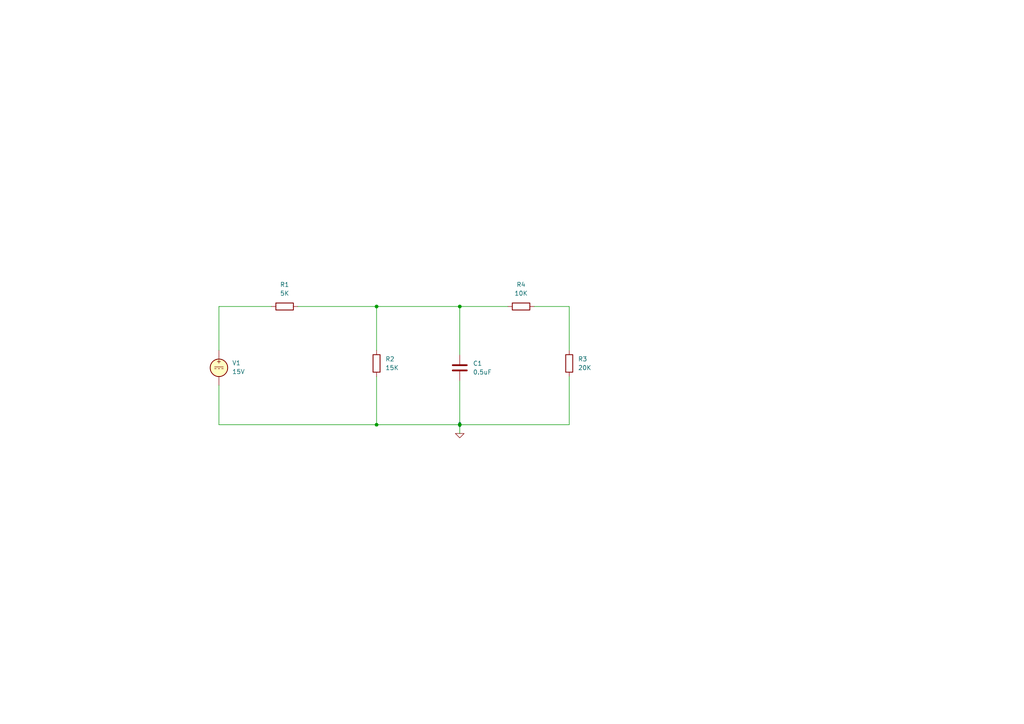
<source format=kicad_sch>
(kicad_sch (version 20230121) (generator eeschema)

  (uuid 7247c859-9a9f-478a-97c8-a1855a3a069a)

  (paper "A4")

  (lib_symbols
    (symbol "Device:C" (pin_numbers hide) (pin_names (offset 0.254)) (in_bom yes) (on_board yes)
      (property "Reference" "C" (at 0.635 2.54 0)
        (effects (font (size 1.27 1.27)) (justify left))
      )
      (property "Value" "C" (at 0.635 -2.54 0)
        (effects (font (size 1.27 1.27)) (justify left))
      )
      (property "Footprint" "" (at 0.9652 -3.81 0)
        (effects (font (size 1.27 1.27)) hide)
      )
      (property "Datasheet" "~" (at 0 0 0)
        (effects (font (size 1.27 1.27)) hide)
      )
      (property "ki_keywords" "cap capacitor" (at 0 0 0)
        (effects (font (size 1.27 1.27)) hide)
      )
      (property "ki_description" "Unpolarized capacitor" (at 0 0 0)
        (effects (font (size 1.27 1.27)) hide)
      )
      (property "ki_fp_filters" "C_*" (at 0 0 0)
        (effects (font (size 1.27 1.27)) hide)
      )
      (symbol "C_0_1"
        (polyline
          (pts
            (xy -2.032 -0.762)
            (xy 2.032 -0.762)
          )
          (stroke (width 0.508) (type default))
          (fill (type none))
        )
        (polyline
          (pts
            (xy -2.032 0.762)
            (xy 2.032 0.762)
          )
          (stroke (width 0.508) (type default))
          (fill (type none))
        )
      )
      (symbol "C_1_1"
        (pin passive line (at 0 3.81 270) (length 2.794)
          (name "~" (effects (font (size 1.27 1.27))))
          (number "1" (effects (font (size 1.27 1.27))))
        )
        (pin passive line (at 0 -3.81 90) (length 2.794)
          (name "~" (effects (font (size 1.27 1.27))))
          (number "2" (effects (font (size 1.27 1.27))))
        )
      )
    )
    (symbol "Device:R" (pin_numbers hide) (pin_names (offset 0)) (in_bom yes) (on_board yes)
      (property "Reference" "R" (at 2.032 0 90)
        (effects (font (size 1.27 1.27)))
      )
      (property "Value" "R" (at 0 0 90)
        (effects (font (size 1.27 1.27)))
      )
      (property "Footprint" "" (at -1.778 0 90)
        (effects (font (size 1.27 1.27)) hide)
      )
      (property "Datasheet" "~" (at 0 0 0)
        (effects (font (size 1.27 1.27)) hide)
      )
      (property "ki_keywords" "R res resistor" (at 0 0 0)
        (effects (font (size 1.27 1.27)) hide)
      )
      (property "ki_description" "Resistor" (at 0 0 0)
        (effects (font (size 1.27 1.27)) hide)
      )
      (property "ki_fp_filters" "R_*" (at 0 0 0)
        (effects (font (size 1.27 1.27)) hide)
      )
      (symbol "R_0_1"
        (rectangle (start -1.016 -2.54) (end 1.016 2.54)
          (stroke (width 0.254) (type default))
          (fill (type none))
        )
      )
      (symbol "R_1_1"
        (pin passive line (at 0 3.81 270) (length 1.27)
          (name "~" (effects (font (size 1.27 1.27))))
          (number "1" (effects (font (size 1.27 1.27))))
        )
        (pin passive line (at 0 -3.81 90) (length 1.27)
          (name "~" (effects (font (size 1.27 1.27))))
          (number "2" (effects (font (size 1.27 1.27))))
        )
      )
    )
    (symbol "Simulation_SPICE:0" (power) (pin_names (offset 0)) (in_bom yes) (on_board yes)
      (property "Reference" "#GND" (at 0 -2.54 0)
        (effects (font (size 1.27 1.27)) hide)
      )
      (property "Value" "0" (at 0 -1.778 0)
        (effects (font (size 1.27 1.27)))
      )
      (property "Footprint" "" (at 0 0 0)
        (effects (font (size 1.27 1.27)) hide)
      )
      (property "Datasheet" "~" (at 0 0 0)
        (effects (font (size 1.27 1.27)) hide)
      )
      (property "ki_keywords" "simulation" (at 0 0 0)
        (effects (font (size 1.27 1.27)) hide)
      )
      (property "ki_description" "0V reference potential for simulation" (at 0 0 0)
        (effects (font (size 1.27 1.27)) hide)
      )
      (symbol "0_0_1"
        (polyline
          (pts
            (xy -1.27 0)
            (xy 0 -1.27)
            (xy 1.27 0)
            (xy -1.27 0)
          )
          (stroke (width 0) (type default))
          (fill (type none))
        )
      )
      (symbol "0_1_1"
        (pin power_in line (at 0 0 0) (length 0) hide
          (name "0" (effects (font (size 1.016 1.016))))
          (number "1" (effects (font (size 1.016 1.016))))
        )
      )
    )
    (symbol "Simulation_SPICE:VDC" (pin_numbers hide) (pin_names (offset 0.0254)) (in_bom yes) (on_board yes)
      (property "Reference" "V" (at 2.54 2.54 0)
        (effects (font (size 1.27 1.27)) (justify left))
      )
      (property "Value" "1" (at 2.54 0 0)
        (effects (font (size 1.27 1.27)) (justify left))
      )
      (property "Footprint" "" (at 0 0 0)
        (effects (font (size 1.27 1.27)) hide)
      )
      (property "Datasheet" "~" (at 0 0 0)
        (effects (font (size 1.27 1.27)) hide)
      )
      (property "Sim.Pins" "1=+ 2=-" (at 0 0 0)
        (effects (font (size 1.27 1.27)) hide)
      )
      (property "Sim.Type" "DC" (at 0 0 0)
        (effects (font (size 1.27 1.27)) hide)
      )
      (property "Sim.Device" "V" (at 0 0 0)
        (effects (font (size 1.27 1.27)) (justify left) hide)
      )
      (property "ki_keywords" "simulation" (at 0 0 0)
        (effects (font (size 1.27 1.27)) hide)
      )
      (property "ki_description" "Voltage source, DC" (at 0 0 0)
        (effects (font (size 1.27 1.27)) hide)
      )
      (symbol "VDC_0_0"
        (polyline
          (pts
            (xy -1.27 0.254)
            (xy 1.27 0.254)
          )
          (stroke (width 0) (type default))
          (fill (type none))
        )
        (polyline
          (pts
            (xy -0.762 -0.254)
            (xy -1.27 -0.254)
          )
          (stroke (width 0) (type default))
          (fill (type none))
        )
        (polyline
          (pts
            (xy 0.254 -0.254)
            (xy -0.254 -0.254)
          )
          (stroke (width 0) (type default))
          (fill (type none))
        )
        (polyline
          (pts
            (xy 1.27 -0.254)
            (xy 0.762 -0.254)
          )
          (stroke (width 0) (type default))
          (fill (type none))
        )
        (text "+" (at 0 1.905 0)
          (effects (font (size 1.27 1.27)))
        )
      )
      (symbol "VDC_0_1"
        (circle (center 0 0) (radius 2.54)
          (stroke (width 0.254) (type default))
          (fill (type background))
        )
      )
      (symbol "VDC_1_1"
        (pin passive line (at 0 5.08 270) (length 2.54)
          (name "~" (effects (font (size 1.27 1.27))))
          (number "1" (effects (font (size 1.27 1.27))))
        )
        (pin passive line (at 0 -5.08 90) (length 2.54)
          (name "~" (effects (font (size 1.27 1.27))))
          (number "2" (effects (font (size 1.27 1.27))))
        )
      )
    )
  )

  (junction (at 133.35 88.9) (diameter 0) (color 0 0 0 0)
    (uuid 3e6987c3-8e80-4c85-aee5-603d9d13f1ef)
  )
  (junction (at 109.22 123.19) (diameter 0) (color 0 0 0 0)
    (uuid 4a351cea-3022-4cd4-9fe3-2b8f25f28e18)
  )
  (junction (at 133.35 123.19) (diameter 0) (color 0 0 0 0)
    (uuid a759b37f-e8b3-4c9f-a759-d76195f1b9e6)
  )
  (junction (at 109.22 88.9) (diameter 0) (color 0 0 0 0)
    (uuid e11bbc17-1807-4ebf-a253-7202d17befd5)
  )

  (wire (pts (xy 133.35 88.9) (xy 147.32 88.9))
    (stroke (width 0) (type default))
    (uuid 056f8974-824b-41b5-a9a1-d0886c3d90e8)
  )
  (wire (pts (xy 63.5 123.19) (xy 63.5 111.76))
    (stroke (width 0) (type default))
    (uuid 0a0ffe66-1c30-43e4-b233-3e9101c70b0f)
  )
  (wire (pts (xy 165.1 123.19) (xy 133.35 123.19))
    (stroke (width 0) (type default))
    (uuid 0b2600c6-a6fa-47f1-a505-f711fd06eba1)
  )
  (wire (pts (xy 133.35 123.19) (xy 109.22 123.19))
    (stroke (width 0) (type default))
    (uuid 1ddbe455-a66f-49c0-a3c6-2c3ebe495570)
  )
  (wire (pts (xy 165.1 109.22) (xy 165.1 123.19))
    (stroke (width 0) (type default))
    (uuid 37a7cca6-7d95-4618-9f68-8a3786e6f29e)
  )
  (wire (pts (xy 154.94 88.9) (xy 165.1 88.9))
    (stroke (width 0) (type default))
    (uuid 4a035c2a-d47d-4212-8545-c2e3c1430267)
  )
  (wire (pts (xy 63.5 88.9) (xy 78.74 88.9))
    (stroke (width 0) (type default))
    (uuid 4a469897-5985-4102-9fcc-71d3e054a0e1)
  )
  (wire (pts (xy 63.5 101.6) (xy 63.5 88.9))
    (stroke (width 0) (type default))
    (uuid 7ee6234c-c4a6-492c-ad7d-55b93e5b393f)
  )
  (wire (pts (xy 109.22 88.9) (xy 109.22 101.6))
    (stroke (width 0) (type default))
    (uuid 8671f616-07d8-401e-b700-78514bb6f950)
  )
  (wire (pts (xy 133.35 88.9) (xy 133.35 102.87))
    (stroke (width 0) (type default))
    (uuid 98d9ecd5-d0db-42ae-b654-bf235ee8ef3a)
  )
  (wire (pts (xy 133.35 125.73) (xy 133.35 123.19))
    (stroke (width 0) (type default))
    (uuid a034fa47-a353-4027-b5dd-a16e837654b2)
  )
  (wire (pts (xy 109.22 123.19) (xy 63.5 123.19))
    (stroke (width 0) (type default))
    (uuid a194581a-3897-4909-b27f-a541ce4af312)
  )
  (wire (pts (xy 133.35 110.49) (xy 133.35 123.19))
    (stroke (width 0) (type default))
    (uuid a280d3cb-08b3-455d-bb59-5d43a53753fb)
  )
  (wire (pts (xy 109.22 109.22) (xy 109.22 123.19))
    (stroke (width 0) (type default))
    (uuid a905f113-152f-490a-a820-15897ac96189)
  )
  (wire (pts (xy 165.1 88.9) (xy 165.1 101.6))
    (stroke (width 0) (type default))
    (uuid a985a90c-767b-40dd-8192-af3fe3a356e2)
  )
  (wire (pts (xy 86.36 88.9) (xy 109.22 88.9))
    (stroke (width 0) (type default))
    (uuid de6140ac-ad74-4a56-96ae-858191a756d3)
  )
  (wire (pts (xy 109.22 88.9) (xy 133.35 88.9))
    (stroke (width 0) (type default))
    (uuid f3c4b425-6f69-44b7-b887-1318fa62677b)
  )

  (symbol (lib_id "Simulation_SPICE:0") (at 133.35 125.73 0) (unit 1)
    (in_bom yes) (on_board yes) (dnp no) (fields_autoplaced)
    (uuid 03f8d1aa-7438-49e3-a394-b42d2cd31004)
    (property "Reference" "#GND01" (at 133.35 128.27 0)
      (effects (font (size 1.27 1.27)) hide)
    )
    (property "Value" "0" (at 133.35 123.19 0)
      (effects (font (size 1.27 1.27)))
    )
    (property "Footprint" "" (at 133.35 125.73 0)
      (effects (font (size 1.27 1.27)) hide)
    )
    (property "Datasheet" "~" (at 133.35 125.73 0)
      (effects (font (size 1.27 1.27)) hide)
    )
    (pin "1" (uuid 1fd49bc9-f5df-479b-a524-d3ec686e36e6))
    (instances
      (project "KİCAD"
        (path "/7247c859-9a9f-478a-97c8-a1855a3a069a"
          (reference "#GND01") (unit 1)
        )
      )
    )
  )

  (symbol (lib_id "Device:R") (at 82.55 88.9 90) (unit 1)
    (in_bom yes) (on_board yes) (dnp no) (fields_autoplaced)
    (uuid 17f53373-594f-4ea2-9d57-4cf94ee68262)
    (property "Reference" "R1" (at 82.55 82.55 90)
      (effects (font (size 1.27 1.27)))
    )
    (property "Value" "5K" (at 82.55 85.09 90)
      (effects (font (size 1.27 1.27)))
    )
    (property "Footprint" "" (at 82.55 90.678 90)
      (effects (font (size 1.27 1.27)) hide)
    )
    (property "Datasheet" "~" (at 82.55 88.9 0)
      (effects (font (size 1.27 1.27)) hide)
    )
    (pin "1" (uuid 2439f61c-6368-46e8-990d-67b869aa0e3f))
    (pin "2" (uuid 771891b9-3a5f-4d37-95e5-2bd5920a4f52))
    (instances
      (project "KİCAD"
        (path "/7247c859-9a9f-478a-97c8-a1855a3a069a"
          (reference "R1") (unit 1)
        )
      )
    )
  )

  (symbol (lib_id "Device:R") (at 165.1 105.41 0) (unit 1)
    (in_bom yes) (on_board yes) (dnp no) (fields_autoplaced)
    (uuid 43b60ccd-5691-4f80-af6b-ea9a522ad411)
    (property "Reference" "R3" (at 167.64 104.14 0)
      (effects (font (size 1.27 1.27)) (justify left))
    )
    (property "Value" "20K" (at 167.64 106.68 0)
      (effects (font (size 1.27 1.27)) (justify left))
    )
    (property "Footprint" "" (at 163.322 105.41 90)
      (effects (font (size 1.27 1.27)) hide)
    )
    (property "Datasheet" "~" (at 165.1 105.41 0)
      (effects (font (size 1.27 1.27)) hide)
    )
    (pin "1" (uuid 2439f61c-6368-46e8-990d-67b869aa0e40))
    (pin "2" (uuid 771891b9-3a5f-4d37-95e5-2bd5920a4f53))
    (instances
      (project "KİCAD"
        (path "/7247c859-9a9f-478a-97c8-a1855a3a069a"
          (reference "R3") (unit 1)
        )
      )
    )
  )

  (symbol (lib_id "Device:R") (at 151.13 88.9 90) (unit 1)
    (in_bom yes) (on_board yes) (dnp no) (fields_autoplaced)
    (uuid 579c7808-9e14-4ba2-a233-b47c9a30fe14)
    (property "Reference" "R4" (at 151.13 82.55 90)
      (effects (font (size 1.27 1.27)))
    )
    (property "Value" "10K" (at 151.13 85.09 90)
      (effects (font (size 1.27 1.27)))
    )
    (property "Footprint" "" (at 151.13 90.678 90)
      (effects (font (size 1.27 1.27)) hide)
    )
    (property "Datasheet" "~" (at 151.13 88.9 0)
      (effects (font (size 1.27 1.27)) hide)
    )
    (pin "1" (uuid 2439f61c-6368-46e8-990d-67b869aa0e41))
    (pin "2" (uuid 771891b9-3a5f-4d37-95e5-2bd5920a4f54))
    (instances
      (project "KİCAD"
        (path "/7247c859-9a9f-478a-97c8-a1855a3a069a"
          (reference "R4") (unit 1)
        )
      )
    )
  )

  (symbol (lib_id "Device:R") (at 109.22 105.41 0) (unit 1)
    (in_bom yes) (on_board yes) (dnp no) (fields_autoplaced)
    (uuid 830886ba-becb-466e-af01-4ebc869de013)
    (property "Reference" "R2" (at 111.76 104.14 0)
      (effects (font (size 1.27 1.27)) (justify left))
    )
    (property "Value" "15K" (at 111.76 106.68 0)
      (effects (font (size 1.27 1.27)) (justify left))
    )
    (property "Footprint" "" (at 107.442 105.41 90)
      (effects (font (size 1.27 1.27)) hide)
    )
    (property "Datasheet" "~" (at 109.22 105.41 0)
      (effects (font (size 1.27 1.27)) hide)
    )
    (pin "1" (uuid 2439f61c-6368-46e8-990d-67b869aa0e42))
    (pin "2" (uuid 771891b9-3a5f-4d37-95e5-2bd5920a4f55))
    (instances
      (project "KİCAD"
        (path "/7247c859-9a9f-478a-97c8-a1855a3a069a"
          (reference "R2") (unit 1)
        )
      )
    )
  )

  (symbol (lib_id "Simulation_SPICE:VDC") (at 63.5 106.68 0) (unit 1)
    (in_bom yes) (on_board yes) (dnp no) (fields_autoplaced)
    (uuid 87f5f3f5-565c-4df2-903a-b7be3d040134)
    (property "Reference" "V1" (at 67.31 105.2802 0)
      (effects (font (size 1.27 1.27)) (justify left))
    )
    (property "Value" "15V" (at 67.31 107.8202 0)
      (effects (font (size 1.27 1.27)) (justify left))
    )
    (property "Footprint" "" (at 63.5 106.68 0)
      (effects (font (size 1.27 1.27)) hide)
    )
    (property "Datasheet" "~" (at 63.5 106.68 0)
      (effects (font (size 1.27 1.27)) hide)
    )
    (property "Sim.Pins" "1=+ 2=-" (at 63.5 106.68 0)
      (effects (font (size 1.27 1.27)) hide)
    )
    (property "Sim.Type" "DC" (at 63.5 106.68 0)
      (effects (font (size 1.27 1.27)) hide)
    )
    (property "Sim.Device" "V" (at 63.5 106.68 0)
      (effects (font (size 1.27 1.27)) (justify left) hide)
    )
    (pin "1" (uuid 9645e041-ee47-474e-914f-1383bceb42f6))
    (pin "2" (uuid 0179efc7-058c-40c9-b8f1-917a65209bef))
    (instances
      (project "KİCAD"
        (path "/7247c859-9a9f-478a-97c8-a1855a3a069a"
          (reference "V1") (unit 1)
        )
      )
    )
  )

  (symbol (lib_id "Device:C") (at 133.35 106.68 0) (unit 1)
    (in_bom yes) (on_board yes) (dnp no) (fields_autoplaced)
    (uuid a942d87f-860f-48c6-83f6-17f6004473a9)
    (property "Reference" "C1" (at 137.16 105.41 0)
      (effects (font (size 1.27 1.27)) (justify left))
    )
    (property "Value" "0.5uF" (at 137.16 107.95 0)
      (effects (font (size 1.27 1.27)) (justify left))
    )
    (property "Footprint" "" (at 134.3152 110.49 0)
      (effects (font (size 1.27 1.27)) hide)
    )
    (property "Datasheet" "~" (at 133.35 106.68 0)
      (effects (font (size 1.27 1.27)) hide)
    )
    (pin "2" (uuid 36155bdd-e3cc-4126-8f06-7d6fee1eb764))
    (pin "1" (uuid 1b9b6796-4168-4b00-b815-dd38f20d5b08))
    (instances
      (project "KİCAD"
        (path "/7247c859-9a9f-478a-97c8-a1855a3a069a"
          (reference "C1") (unit 1)
        )
      )
    )
  )

  (sheet_instances
    (path "/" (page "1"))
  )
)

</source>
